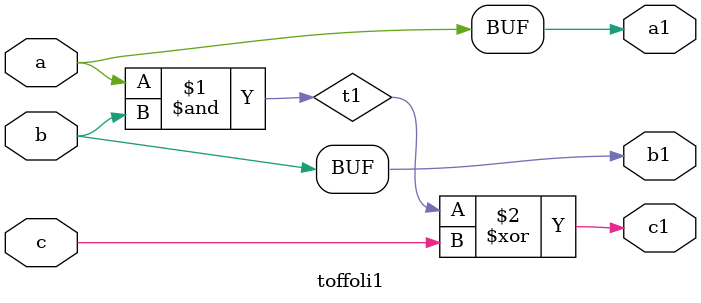
<source format=v>
module toffoli1(a,b,c,a1,b1,c1);
input a,b,c;
output a1,b1,c1;
wire t1;
buf (a1,a);
buf (b1,b);
and (t1,a,b);
xor (c1,t1,c);
endmodule

</source>
